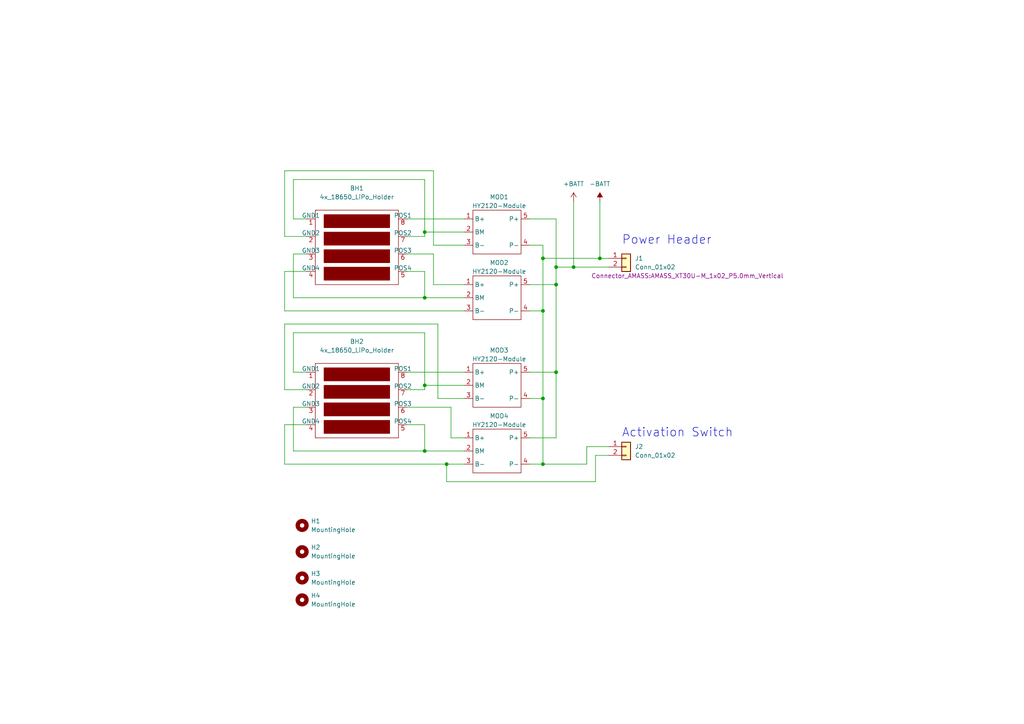
<source format=kicad_sch>
(kicad_sch (version 20211123) (generator eeschema)
  (paper "A4")
  (lib_symbols
    (symbol "Connector_Generic:Conn_01x02" (pin_names (offset 1.016) hide)
      (property "Reference" "J" (at 0 2.54 0))
      (property "Value" "Conn_01x02" (at 0 -5.08 0))
      (symbol "Conn_01x02_1_1"
        (rectangle (start -1.27 -2.413) (end 0 -2.667) (stroke (width 0.1524)))
        (rectangle (start -1.27 0.127) (end 0 -0.127) (stroke (width 0.1524)))
        (rectangle (start -1.27 1.27) (end 1.27 -3.81) (stroke (width 0.254)) (fill (type background)))
        (pin passive line (at -5.08 0 0) (length 3.81) (name "Pin_1") (number "1"))
        (pin passive line (at -5.08 -2.54 0) (length 3.81) (name "Pin_2") (number "2"))
      )
    )
    (symbol "HY2120-Module_1"
      (property "Reference" "MOD" (at 0 7.62 0))
      (property "Value" "HY2120-Module_1" (at 0 -7.62 0))
      (symbol "HY2120-Module_1_0_1"
        (rectangle (start -7.62 6.35) (end 6.35 -6.35))
      )
      (symbol "HY2120-Module_1_1_1"
        (pin power_in line (at -10.16 3.81 0) (length 2.54) (name "B+") (number "1"))
        (pin power_in line (at -10.16 0 0) (length 2.54) (name "BM") (number "2"))
        (pin power_in line (at -10.16 -3.81 0) (length 2.54) (name "B-") (number "3"))
        (pin power_out line (at 8.89 -3.81 180) (length 2.54) (name "P-") (number "4"))
        (pin power_out line (at 8.89 3.81 180) (length 2.54) (name "P+") (number "5"))
      )
    )
    (symbol "HY2120-Module_2"
      (property "Reference" "MOD" (at 0 7.62 0))
      (property "Value" "HY2120-Module_2" (at 0 -7.62 0))
      (symbol "HY2120-Module_2_0_1"
        (rectangle (start -7.62 6.35) (end 6.35 -6.35))
      )
      (symbol "HY2120-Module_2_1_1"
        (pin power_in line (at -10.16 3.81 0) (length 2.54) (name "B+") (number "1"))
        (pin power_in line (at -10.16 0 0) (length 2.54) (name "BM") (number "2"))
        (pin power_in line (at -10.16 -3.81 0) (length 2.54) (name "B-") (number "3"))
        (pin power_out line (at 8.89 -3.81 180) (length 2.54) (name "P-") (number "4"))
        (pin power_out line (at 8.89 3.81 180) (length 2.54) (name "P+") (number "5"))
      )
    )
    (symbol "HY2120-Module_3"
      (property "Reference" "MOD" (at 0 7.62 0))
      (property "Value" "HY2120-Module_3" (at 0 -7.62 0))
      (symbol "HY2120-Module_3_0_1"
        (rectangle (start -7.62 6.35) (end 6.35 -6.35))
      )
      (symbol "HY2120-Module_3_1_1"
        (pin power_in line (at -10.16 3.81 0) (length 2.54) (name "B+") (number "1"))
        (pin power_in line (at -10.16 0 0) (length 2.54) (name "BM") (number "2"))
        (pin power_in line (at -10.16 -3.81 0) (length 2.54) (name "B-") (number "3"))
        (pin power_out line (at 8.89 -3.81 180) (length 2.54) (name "P-") (number "4"))
        (pin power_out line (at 8.89 3.81 180) (length 2.54) (name "P+") (number "5"))
      )
    )
    (symbol "Mechanical:MountingHole" (pin_names (offset 1.016))
      (property "Reference" "H" (at 0 5.08 0))
      (property "Value" "MountingHole" (at 0 3.175 0))
      (symbol "MountingHole_0_1"
        (circle (center 0 0) (radius 1.27) (stroke (width 1.27)))
      )
    )
    (symbol "general:4x_18650_LiPo_Holder" (pin_names (offset 0))
      (property "Reference" "BH" (at 0 11.43 0))
      (property "Value" "4x_18650_LiPo_Holder" (at 0 -12.7 0))
      (symbol "4x_18650_LiPo_Holder_0_1"
        (rectangle (start -12.7 10.16) (end 11.43 -11.43))
        (rectangle (start -10.16 -6.35) (end 8.89 -10.16) (fill (type outline)))
        (rectangle (start -10.16 -1.27) (end 8.89 -5.08) (fill (type outline)))
        (rectangle (start -10.16 3.81) (end 8.89 0) (fill (type outline)))
        (rectangle (start -10.16 8.89) (end 8.89 5.08) (fill (type outline)))
      )
      (symbol "4x_18650_LiPo_Holder_1_1"
        (pin power_out line (at -15.24 7.62 0) (length 2.54) (name "GND1") (number "1"))
        (pin power_out line (at -15.24 2.54 0) (length 2.54) (name "GND2") (number "2"))
        (pin power_out line (at -15.24 -2.54 0) (length 2.54) (name "GND3") (number "3"))
        (pin power_out line (at -15.24 -7.62 0) (length 2.54) (name "GND4") (number "4"))
        (pin power_out line (at 13.97 -7.62 180) (length 2.54) (name "POS4") (number "5"))
        (pin power_out line (at 13.97 -2.54 180) (length 2.54) (name "POS3") (number "6"))
        (pin power_out line (at 13.97 2.54 180) (length 2.54) (name "POS2") (number "7"))
        (pin power_out line (at 13.97 7.62 180) (length 2.54) (name "POS1") (number "8"))
      )
    )
    (symbol "general:HY2120-Module"
      (property "Reference" "MOD" (at 0 7.62 0))
      (property "Value" "HY2120-Module" (at 0 -7.62 0))
      (symbol "HY2120-Module_0_1"
        (rectangle (start -7.62 6.35) (end 6.35 -6.35))
      )
      (symbol "HY2120-Module_1_1"
        (pin power_in line (at -10.16 3.81 0) (length 2.54) (name "B+") (number "1"))
        (pin power_in line (at -10.16 0 0) (length 2.54) (name "BM") (number "2"))
        (pin power_in line (at -10.16 -3.81 0) (length 2.54) (name "B-") (number "3"))
        (pin power_out line (at 8.89 -3.81 180) (length 2.54) (name "P-") (number "4"))
        (pin power_out line (at 8.89 3.81 180) (length 2.54) (name "P+") (number "5"))
      )
    )
    (symbol "power:+BATT" (power) (pin_names (offset 0))
      (property "Value" "+BATT" (at 0 3.556 0))
      (symbol "+BATT_0_1"
        (polyline (pts (xy -0.762 1.27) (xy 0 2.54)))
        (polyline (pts (xy 0 0) (xy 0 2.54)))
        (polyline (pts (xy 0 2.54) (xy 0.762 1.27)))
      )
      (symbol "+BATT_1_1"
        (pin power_in line (at 0 0 90) (length 0) hide (name "+BATT") (number "1"))
      )
    )
    (symbol "power:-BATT" (power) (pin_names (offset 0))
      (property "Value" "-BATT" (at 0 3.556 0))
      (symbol "-BATT_0_1"
        (polyline (pts (xy 0 0) (xy 0 2.54)))
        (polyline (pts (xy 0.762 1.27) (xy -0.762 1.27) (xy 0 2.54) (xy 0.762 1.27)) (fill (type outline)))
      )
      (symbol "-BATT_1_1"
        (pin power_in line (at 0 0 90) (length 0) hide (name "-BATT") (number "1"))
      )
    )
  )
  (junction (at 173.99 74.93))
  (junction (at 123.19 130.81))
  (junction (at 166.37 77.47))
  (junction (at 157.48 90.17))
  (junction (at 157.48 115.57))
  (junction (at 161.29 107.95))
  (junction (at 157.48 134.62))
  (junction (at 161.29 82.55))
  (junction (at 123.19 111.76))
  (junction (at 157.48 74.93))
  (junction (at 129.54 134.62))
  (junction (at 123.19 67.31))
  (junction (at 161.29 77.47))
  (junction (at 123.19 86.36))
  (wire (pts (xy 118.11 63.5) (xy 134.62 63.5)))
  (wire (pts (xy 157.48 115.57) (xy 157.48 134.62)))
  (wire (pts (xy 125.73 82.55) (xy 134.62 82.55)))
  (wire (pts (xy 82.55 78.74) (xy 88.9 78.74)))
  (wire (pts (xy 123.19 96.52) (xy 123.19 111.76)))
  (wire (pts (xy 123.19 86.36) (xy 134.62 86.36)))
  (wire (pts (xy 166.37 58.42) (xy 166.37 77.47)))
  (wire (pts (xy 82.55 134.62) (xy 129.54 134.62)))
  (wire (pts (xy 172.72 132.08) (xy 172.72 139.7)))
  (wire (pts (xy 125.73 73.66) (xy 125.73 82.55)))
  (wire (pts (xy 123.19 111.76) (xy 123.19 113.03)))
  (wire (pts (xy 134.62 90.17) (xy 82.55 90.17)))
  (wire (pts (xy 170.18 129.54) (xy 176.53 129.54)))
  (wire (pts (xy 153.67 115.57) (xy 157.48 115.57)))
  (wire (pts (xy 173.99 74.93) (xy 173.99 58.42)))
  (wire (pts (xy 118.11 68.58) (xy 123.19 68.58)))
  (wire (pts (xy 161.29 82.55) (xy 161.29 107.95)))
  (wire (pts (xy 82.55 93.98) (xy 127 93.98)))
  (wire (pts (xy 161.29 77.47) (xy 166.37 77.47)))
  (wire (pts (xy 125.73 71.12) (xy 134.62 71.12)))
  (wire (pts (xy 85.09 63.5) (xy 85.09 52.07)))
  (wire (pts (xy 157.48 134.62) (xy 170.18 134.62)))
  (wire (pts (xy 85.09 52.07) (xy 123.19 52.07)))
  (wire (pts (xy 130.81 118.11) (xy 130.81 127)))
  (wire (pts (xy 123.19 52.07) (xy 123.19 67.31)))
  (wire (pts (xy 129.54 134.62) (xy 134.62 134.62)))
  (wire (pts (xy 161.29 77.47) (xy 161.29 82.55)))
  (wire (pts (xy 82.55 123.19) (xy 82.55 134.62)))
  (wire (pts (xy 130.81 127) (xy 134.62 127)))
  (wire (pts (xy 88.9 63.5) (xy 85.09 63.5)))
  (wire (pts (xy 166.37 77.47) (xy 176.53 77.47)))
  (wire (pts (xy 85.09 118.11) (xy 85.09 130.81)))
  (wire (pts (xy 153.67 127) (xy 161.29 127)))
  (wire (pts (xy 123.19 130.81) (xy 134.62 130.81)))
  (wire (pts (xy 123.19 78.74) (xy 123.19 86.36)))
  (wire (pts (xy 123.19 111.76) (xy 134.62 111.76)))
  (wire (pts (xy 118.11 123.19) (xy 123.19 123.19)))
  (wire (pts (xy 85.09 73.66) (xy 85.09 86.36)))
  (wire (pts (xy 129.54 134.62) (xy 129.54 139.7)))
  (wire (pts (xy 170.18 134.62) (xy 170.18 129.54)))
  (wire (pts (xy 88.9 123.19) (xy 82.55 123.19)))
  (wire (pts (xy 123.19 67.31) (xy 123.19 68.58)))
  (wire (pts (xy 172.72 132.08) (xy 176.53 132.08)))
  (wire (pts (xy 153.67 134.62) (xy 157.48 134.62)))
  (wire (pts (xy 153.67 63.5) (xy 161.29 63.5)))
  (wire (pts (xy 82.55 90.17) (xy 82.55 78.74)))
  (wire (pts (xy 123.19 123.19) (xy 123.19 130.81)))
  (wire (pts (xy 176.53 74.93) (xy 173.99 74.93)))
  (wire (pts (xy 88.9 107.95) (xy 85.09 107.95)))
  (wire (pts (xy 85.09 96.52) (xy 123.19 96.52)))
  (wire (pts (xy 82.55 68.58) (xy 82.55 49.53)))
  (wire (pts (xy 157.48 74.93) (xy 173.99 74.93)))
  (wire (pts (xy 157.48 90.17) (xy 157.48 115.57)))
  (wire (pts (xy 123.19 67.31) (xy 134.62 67.31)))
  (wire (pts (xy 123.19 78.74) (xy 118.11 78.74)))
  (wire (pts (xy 161.29 63.5) (xy 161.29 77.47)))
  (wire (pts (xy 153.67 82.55) (xy 161.29 82.55)))
  (wire (pts (xy 118.11 107.95) (xy 134.62 107.95)))
  (wire (pts (xy 157.48 74.93) (xy 157.48 90.17)))
  (wire (pts (xy 153.67 90.17) (xy 157.48 90.17)))
  (wire (pts (xy 161.29 127) (xy 161.29 107.95)))
  (wire (pts (xy 88.9 68.58) (xy 82.55 68.58)))
  (wire (pts (xy 88.9 113.03) (xy 82.55 113.03)))
  (wire (pts (xy 153.67 107.95) (xy 161.29 107.95)))
  (wire (pts (xy 88.9 73.66) (xy 85.09 73.66)))
  (wire (pts (xy 118.11 118.11) (xy 130.81 118.11)))
  (wire (pts (xy 127 115.57) (xy 134.62 115.57)))
  (wire (pts (xy 88.9 118.11) (xy 85.09 118.11)))
  (wire (pts (xy 85.09 86.36) (xy 123.19 86.36)))
  (wire (pts (xy 129.54 139.7) (xy 172.72 139.7)))
  (wire (pts (xy 82.55 113.03) (xy 82.55 93.98)))
  (wire (pts (xy 118.11 73.66) (xy 125.73 73.66)))
  (wire (pts (xy 82.55 49.53) (xy 125.73 49.53)))
  (wire (pts (xy 153.67 71.12) (xy 157.48 71.12)))
  (wire (pts (xy 127 93.98) (xy 127 115.57)))
  (wire (pts (xy 123.19 113.03) (xy 118.11 113.03)))
  (wire (pts (xy 125.73 49.53) (xy 125.73 71.12)))
  (wire (pts (xy 85.09 107.95) (xy 85.09 96.52)))
  (wire (pts (xy 157.48 71.12) (xy 157.48 74.93)))
  (wire (pts (xy 85.09 130.81) (xy 123.19 130.81)))
  (text "Power Header" (at 180.34 71.12 0) (effects (font (size 2.5 2.5)) (justify left bottom)))
  (text "Activation Switch" (at 180.34 127 0) (effects (font (size 2.5 2.5)) (justify left bottom)))
  (symbol (lib_name "HY2120-Module_1") (lib_id "general:HY2120-Module") (at 144.78 86.36 0) (unit 1)
    (property "Reference" "MOD2" (at 144.78 76.2 0))
    (property "Value" "HY2120-Module" (at 144.78 78.74 0))
    (property "Footprint" "General:HY2120" (effects hide))
  )
  (symbol (lib_id "general:HY2120-Module") (at 144.78 67.31 0) (unit 1)
    (property "Reference" "MOD1" (at 144.78 57.15 0))
    (property "Value" "HY2120-Module" (at 144.78 59.69 0))
    (property "Footprint" "General:HY2120" (effects hide))
  )
  (symbol (lib_id "power:+BATT") (at 166.37 58.42 0) (unit 1)
    (property "Reference" "#PWR01" (effects hide))
    (property "Value" "+BATT" (at 166.37 53.34 0))
  )
  (symbol (lib_name "HY2120-Module_2") (lib_id "general:HY2120-Module") (at 144.78 130.81 0) (unit 1)
    (property "Reference" "MOD4" (at 144.78 120.65 0))
    (property "Value" "HY2120-Module" (at 144.78 123.19 0))
    (property "Footprint" "General:HY2120" (effects hide))
  )
  (symbol (lib_name "HY2120-Module_3") (lib_id "general:HY2120-Module") (at 144.78 111.76 0) (unit 1)
    (property "Reference" "MOD3" (at 144.78 101.6 0))
    (property "Value" "HY2120-Module" (at 144.78 104.14 0))
    (property "Footprint" "General:HY2120" (effects hide))
  )
  (symbol (lib_id "general:4x_18650_LiPo_Holder") (at 104.14 71.12 0) (unit 1)
    (property "Reference" "BH1" (at 103.505 54.61 0))
    (property "Value" "4x_18650_LiPo_Holder" (at 103.505 57.15 0))
    (property "Footprint" "General:4x_18650_LiPo_Module" (effects hide))
  )
  (symbol (lib_id "power:-BATT") (at 173.99 58.42 0) (unit 1)
    (property "Reference" "#PWR02" (effects hide))
    (property "Value" "-BATT" (at 173.99 53.34 0))
  )
  (symbol (lib_id "Mechanical:MountingHole") (at 87.63 173.99 0) (unit 1)
    (property "Reference" "H4" (at 90.17 172.7199 0) (effects (justify left)))
    (property "Value" "MountingHole" (at 90.17 175.2599 0) (effects (justify left)))
    (property "Footprint" "MountingHole:MountingHole_3.2mm_M3" (effects hide))
  )
  (symbol (lib_id "Mechanical:MountingHole") (at 87.63 167.64 0) (unit 1)
    (property "Reference" "H3" (at 90.17 166.3699 0) (effects (justify left)))
    (property "Value" "MountingHole" (at 90.17 168.9099 0) (effects (justify left)))
    (property "Footprint" "MountingHole:MountingHole_3.2mm_M3" (effects hide))
  )
  (symbol (lib_id "Mechanical:MountingHole") (at 87.63 160.02 0) (unit 1)
    (property "Reference" "H2" (at 90.17 158.7499 0) (effects (justify left)))
    (property "Value" "MountingHole" (at 90.17 161.2899 0) (effects (justify left)))
    (property "Footprint" "MountingHole:MountingHole_3.2mm_M3" (effects hide))
  )
  (symbol (lib_id "Connector_Generic:Conn_01x02") (at 181.61 129.54 0) (unit 1)
    (property "Reference" "J2" (at 184.15 129.5399 0) (effects (justify left)))
    (property "Value" "Conn_01x02" (at 184.15 132.0799 0) (effects (justify left)))
    (property "Footprint" "Connector_PinHeader_2.54mm:PinHeader_1x02_P2.54mm_Vertical" (effects hide))
  )
  (symbol (lib_id "Connector_Generic:Conn_01x02") (at 181.61 74.93 0) (unit 1)
    (property "Reference" "J1" (at 184.15 74.9299 0) (effects (justify left)))
    (property "Value" "Conn_01x02" (at 184.15 77.4699 0) (effects (justify left)))
    (property "Footprint" "Connector_AMASS:AMASS_XT30U-M_1x02_P5.0mm_Vertical" (at 199.39 80.01 0))
  )
  (symbol (lib_id "Mechanical:MountingHole") (at 87.63 152.4 0) (unit 1)
    (property "Reference" "H1" (at 90.17 151.1299 0) (effects (justify left)))
    (property "Value" "MountingHole" (at 90.17 153.6699 0) (effects (justify left)))
    (property "Footprint" "MountingHole:MountingHole_3.2mm_M3" (effects hide))
  )
  (symbol (lib_id "general:4x_18650_LiPo_Holder") (at 104.14 115.57 0) (unit 1)
    (property "Reference" "BH2" (at 103.505 99.06 0))
    (property "Value" "4x_18650_LiPo_Holder" (at 103.505 101.6 0))
    (property "Footprint" "General:4x_18650_LiPo_Module" (effects hide))
  )
)
</source>
